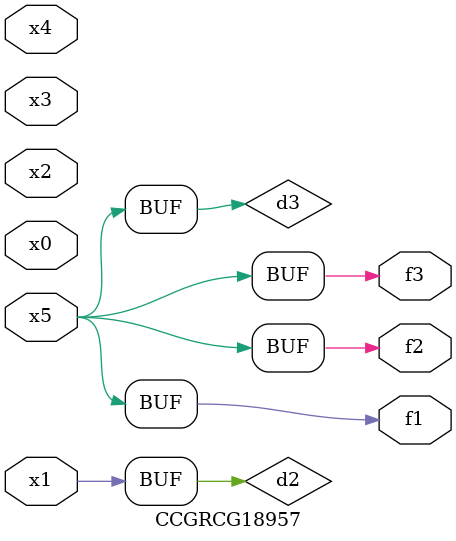
<source format=v>
module CCGRCG18957(
	input x0, x1, x2, x3, x4, x5,
	output f1, f2, f3
);

	wire d1, d2, d3;

	not (d1, x5);
	or (d2, x1);
	xnor (d3, d1);
	assign f1 = d3;
	assign f2 = d3;
	assign f3 = d3;
endmodule

</source>
